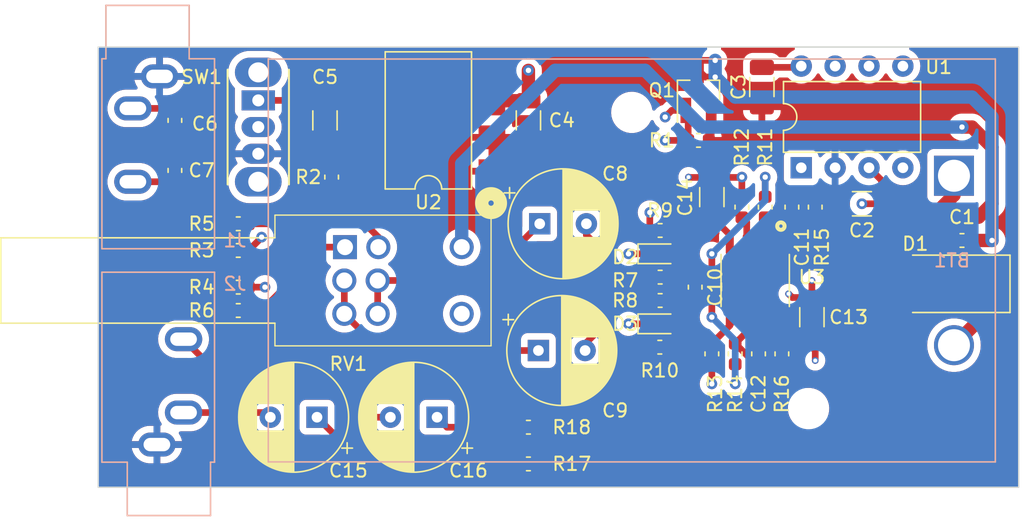
<source format=kicad_pcb>
(kicad_pcb (version 20221018) (generator pcbnew)
  (layers (0 "F.Cu" signal) (1 "In1.Cu" signal) (2 "In2.Cu" signal) (31 "B.Cu" signal) (34 "B.Paste" user) (35 "F.Paste" user) (36 "B.SilkS" user "B.Silkscreen") (37 "F.SilkS" user "F.Silkscreen") (38 "B.Mask" user) (39 "F.Mask" user) (44 "Edge.Cuts" user))
  (net 0 "")
  (net 1 "/power/V_BAT")
  (net 2 "/power/GND_BAT")
  (net 3 "/audio_in/V_PHANT")
  (net 4 "/audio_in/IN_L")
  (net 5 "/audio_in/IN_R")
  (net 6 "Net-(C8-Pad1)")
  (net 7 "Net-(C8-Pad2)")
  (net 8 "Net-(U1-NOISE_REDUCTION)")
  (net 9 "Net-(C9-Pad2)")
  (net 10 "/amplifier/IN_L")
  (net 11 "/amplifier/IN_R")
  (net 12 "Net-(RV1A-7)")
  (net 13 "Net-(C11-Pad2)")
  (net 14 "Net-(U3A--)")
  (net 15 "Net-(C12-Pad2)")
  (net 16 "Net-(C15-Pad1)")
  (net 17 "/amplifier/OUT_L")
  (net 18 "Net-(C16-Pad1)")
  (net 19 "/amplifier/OUT_R")
  (net 20 "Net-(U3B--)")
  (net 21 "Net-(U2-PG)")
  (net 22 "Net-(R5-Pad2)")
  (net 23 "Net-(SW1-B)")
  (net 24 "Net-(RV1A-8)")
  (net 25 "Net-(U3A-+)")
  (net 26 "Net-(U3B-+)")
  (net 31 "GND_VIRT")
  (net 32 "VDD_VIRT")
  (net 33 "-4V5")
  (footprint "Capacitor_SMD:C_0603_1608Metric" (layer "F.Cu") (at 220.75 99 -90)
    (fp_text reference "R12" (at -4.5 0 90) (layer "F.SilkS"))
    (fp_text value "1K")
    (pad "1" smd roundrect (at -0.775 0 270) (size 0.9 0.95) (layers "F.Cu" "F.Paste" "F.Mask") (net 31 "GND_VIRT"))
    (pad "2" smd roundrect (at 0.775 0 270) (size 0.9 0.95) (layers "F.Cu" "F.Paste" "F.Mask") (net 25 "Net-(U3A-+)"))
  )
  (footprint "Capacitor_SMD:C_0603_1608Metric" (layer "F.Cu") (at 178.25 92.5 -90)
    (fp_text reference "C6" (at 0.25 -2.25 -180) (layer "F.SilkS"))
    (fp_text value "100pF")
    (pad "1" smd roundrect (at -0.775 0 270) (size 0.9 0.95) (layers "F.Cu" "F.Paste" "F.Mask") (net 4 "/audio_in/IN_L"))
    (pad "2" smd roundrect (at 0.775 0 270) (size 0.9 0.95) (layers "F.Cu" "F.Paste" "F.Mask") (net 33 "-4V5"))
  )
  (footprint "Diode_SMD:D_0603_1608Metric_Pad1.05x0.95mm_HandSolder" (layer "F.Cu") (at 214.625 107.75)
    (fp_text reference "D3" (at -2.625 0) (layer "F.SilkS"))
    (fp_text value "CG0603MLC-05E")
    (pad "1" smd roundrect (at -0.875 0) (size 1.05 0.95) (layers "F.Cu" "F.Paste" "F.Mask") (net 31 "GND_VIRT"))
    (pad "2" smd roundrect (at 0.875 0) (size 1.05 0.95) (layers "F.Cu" "F.Paste" "F.Mask") (net 11 "/amplifier/IN_R"))
  )
  (footprint "Capacitor_SMD:C_0603_1608Metric" (layer "F.Cu") (at 204.75 118.25 180)
    (fp_text reference "R17" (at -3.25 0) (layer "F.SilkS"))
    (fp_text value "50R")
    (pad "1" smd roundrect (at -0.775 0 180) (size 0.9 0.95) (layers "F.Cu" "F.Paste" "F.Mask") (net 13 "Net-(C11-Pad2)"))
    (pad "2" smd roundrect (at 0.775 0 180) (size 0.9 0.95) (layers "F.Cu" "F.Paste" "F.Mask") (net 16 "Net-(C15-Pad1)"))
  )
  (footprint "Package_DIP:DIP-8_W7.62mm" (layer "F.Cu") (at 225.2 96.05 90)
    (fp_text reference "U1" (at 7.55 10.3 180) (layer "F.SilkS"))
    (fp_text value "TLE2426xP")
    (pad "1" thru_hole rect (at 0 0 90) (size 1.6 1.6) (drill 0.8) (layers "*.Cu" "*.Mask") (net 31 "GND_VIRT"))
    (pad "2" thru_hole oval (at 0 2.54 90) (size 1.6 1.6) (drill 0.8) (layers "*.Cu" "*.Mask") (net 33 "-4V5"))
    (pad "3" thru_hole oval (at 0 5.08 90) (size 1.6 1.6) (drill 0.8) (layers "*.Cu" "*.Mask") (net 32 "VDD_VIRT"))
    (pad "4" thru_hole oval (at 0 7.62 90) (size 1.6 1.6) (drill 0.8) (layers "*.Cu" "*.Mask"))
    (pad "5" thru_hole oval (at 7.62 7.62 90) (size 1.6 1.6) (drill 0.8) (layers "*.Cu" "*.Mask"))
    (pad "6" thru_hole oval (at 7.62 5.08 90) (size 1.6 1.6) (drill 0.8) (layers "*.Cu" "*.Mask"))
    (pad "7" thru_hole oval (at 7.62 2.54 90) (size 1.6 1.6) (drill 0.8) (layers "*.Cu" "*.Mask"))
    (pad "8" thru_hole oval (at 7.62 0 90) (size 1.6 1.6) (drill 0.8) (layers "*.Cu" "*.Mask") (net 8 "Net-(U1-NOISE_REDUCTION)"))
  )
  (footprint "Capacitor_SMD:C_0603_1608Metric" (layer "F.Cu") (at 190 96.75 90)
    (fp_text reference "R2" (at 0 -1.75 180) (layer "F.SilkS"))
    (fp_text value "250k")
    (pad "1" smd roundrect (at -0.775 0 90) (size 0.9 0.95) (layers "F.Cu" "F.Paste" "F.Mask") (net 21 "Net-(U2-PG)"))
    (pad "2" smd roundrect (at 0.775 0 90) (size 0.9 0.95) (layers "F.Cu" "F.Paste" "F.Mask") (net 3 "/audio_in/V_PHANT"))
  )
  (footprint "Capacitor_SMD:C_0603_1608Metric" (layer "F.Cu") (at 183 105 180)
    (fp_text reference "R4" (at 2.75 0) (layer "F.SilkS"))
    (fp_text value "2K4")
    (pad "1" smd roundrect (at -0.775 0 180) (size 0.9 0.95) (layers "F.Cu" "F.Paste" "F.Mask") (net 23 "Net-(SW1-B)"))
    (pad "2" smd roundrect (at 0.775 0 180) (size 0.9 0.95) (layers "F.Cu" "F.Paste" "F.Mask") (net 5 "/audio_in/IN_R"))
  )
  (footprint "Capacitor_SMD:C_1206_3216Metric" (layer "F.Cu") (at 226 107.25 90)
    (fp_text reference "C13" (at 0 2.75) (layer "F.SilkS"))
    (fp_text value "1uF")
    (pad "1" smd roundrect (at -1.475 0 90) (size 1.15 1.8) (layers "F.Cu" "F.Paste" "F.Mask") (roundrect_rratio 0.217391) (net 32 "VDD_VIRT"))
    (pad "2" smd roundrect (at 1.475 0 90) (size 1.15 1.8) (layers "F.Cu" "F.Paste" "F.Mask") (roundrect_rratio 0.217391) (net 31 "GND_VIRT"))
  )
  (footprint "Package_DIP:SMDIP-8_W9.53mm" (layer "F.Cu") (at 197.25 92.5 180)
    (fp_text reference "U2" (at 0 -6.14) (layer "F.SilkS"))
    (fp_text value "TPS7250")
    (pad "1" smd rect (at -4.765 -3.81 180) (size 2 1.78) (layers "F.Cu" "F.Paste" "F.Mask") (net 33 "-4V5"))
    (pad "2" smd rect (at -4.765 -1.27 180) (size 2 1.78) (layers "F.Cu" "F.Paste" "F.Mask") (net 33 "-4V5"))
    (pad "3" smd rect (at -4.765 1.27 180) (size 2 1.78) (layers "F.Cu" "F.Paste" "F.Mask") (net 32 "VDD_VIRT"))
    (pad "4" smd rect (at -4.765 3.81 180) (size 2 1.78) (layers "F.Cu" "F.Paste" "F.Mask") (net 32 "VDD_VIRT"))
    (pad "5" smd rect (at 4.765 3.81 180) (size 2 1.78) (layers "F.Cu" "F.Paste" "F.Mask") (net 3 "/audio_in/V_PHANT"))
    (pad "6" smd rect (at 4.765 1.27 180) (size 2 1.78) (layers "F.Cu" "F.Paste" "F.Mask") (net 3 "/audio_in/V_PHANT"))
    (pad "7" smd rect (at 4.765 -1.27 180) (size 2 1.78) (layers "F.Cu" "F.Paste" "F.Mask") (net 3 "/audio_in/V_PHANT"))
    (pad "8" smd rect (at 4.765 -3.81 180) (size 2 1.78) (layers "F.Cu" "F.Paste" "F.Mask") (net 21 "Net-(U2-PG)"))
  )
  (footprint "Capacitor_THT:CP_Radial_D8.0mm_P3.50mm" (layer "F.Cu") (at 188.902651 114.75 180)
    (fp_text reference "C15" (at -2.347349 -4) (layer "F.SilkS"))
    (fp_text value "10uF")
    (pad "1" thru_hole rect (at 0 0 180) (size 1.6 1.6) (drill 0.8) (layers "*.Cu" "*.Mask") (net 16 "Net-(C15-Pad1)"))
    (pad "2" thru_hole circle (at 3.5 0 180) (size 1.6 1.6) (drill 0.8) (layers "*.Cu" "*.Mask") (net 17 "/amplifier/OUT_L"))
  )
  (footprint "Package_TO_SOT_SMD:SOT-23_Handsoldering" (layer "F.Cu") (at 217.5 90.25 90)
    (fp_text reference "Q1" (at 0 -2.75 180) (layer "F.SilkS"))
    (fp_text value "Si2312BDS")
    (pad "1" smd rect (at -1.5 -0.95 90) (size 1.9 0.8) (layers "F.Cu" "F.Paste" "F.Mask") (net 32 "VDD_VIRT"))
    (pad "2" smd rect (at -1.5 0.95 90) (size 1.9 0.8) (layers "F.Cu" "F.Paste" "F.Mask") (net 33 "-4V5"))
    (pad "3" smd rect (at 1.5 0 90) (size 1.9 0.8) (layers "F.Cu" "F.Paste" "F.Mask") (net 2 "/power/GND_BAT"))
  )
  (footprint "Capacitor_SMD:C_0603_1608Metric" (layer "F.Cu") (at 222.5 99 -90)
    (fp_text reference "R11" (at -4.5 0 90) (layer "F.SilkS"))
    (fp_text value "1K")
    (pad "1" smd roundrect (at -0.775 0 270) (size 0.9 0.95) (layers "F.Cu" "F.Paste" "F.Mask") (net 10 "/amplifier/IN_L"))
    (pad "2" smd roundrect (at 0.775 0 270) (size 0.9 0.95) (layers "F.Cu" "F.Paste" "F.Mask") (net 14 "Net-(U3A--)"))
  )
  (footprint "Capacitor_SMD:C_0603_1608Metric" (layer "F.Cu") (at 217.5 94)
    (fp_text reference "R1" (at -2.75 0 180) (layer "F.SilkS"))
    (fp_text value "47K")
    (pad "1" smd roundrect (at -0.775 0) (size 0.9 0.95) (layers "F.Cu" "F.Paste" "F.Mask") (net 32 "VDD_VIRT"))
    (pad "2" smd roundrect (at 0.775 0) (size 0.9 0.95) (layers "F.Cu" "F.Paste" "F.Mask") (net 33 "-4V5"))
  )
  (footprint "Capacitor_SMD:C_0603_1608Metric" (layer "F.Cu") (at 237.25 101.5)
    (fp_text reference "C1" (at 0 -1.75) (layer "F.SilkS"))
    (fp_text value "100pF")
    (pad "1" smd roundrect (at -0.775 0) (size 0.9 0.95) (layers "F.Cu" "F.Paste" "F.Mask") (net 1 "/power/V_BAT"))
    (pad "2" smd roundrect (at 0.775 0) (size 0.9 0.95) (layers "F.Cu" "F.Paste" "F.Mask") (net 2 "/power/GND_BAT"))
  )
  (footprint "preamp_footprints:Potentiometer_Bourns_PTR902_Double_Horizontal_Switch" (layer "F.Cu") (at 191 102)
    (fp_text reference "RV1" (at 0.25 8.75 unlocked) (layer "F.SilkS"))
    (fp_text value "10K_Dual_Pot_SW")
    (pad "1" thru_hole rect (at 0 0 180) (size 1.8 1.8) (drill 1.2) (layers "*.Cu" "*.Mask") (net 24 "Net-(RV1A-8)"))
    (pad "2" thru_hole circle (at -0.05 2.5 180) (size 1.8 1.8) (drill 1.2) (layers "*.Cu" "*.Mask") (net 12 "Net-(RV1A-7)"))
    (pad "3" thru_hole circle (at -0.05 5 180) (size 1.8 1.8) (drill 1.2) (layers "*.Cu" "*.Mask") (net 12 "Net-(RV1A-7)"))
    (pad "4" thru_hole circle (at 2.5 0 180) (size 1.8 1.8) (drill 1.2) (layers "*.Cu" "*.Mask") (net 22 "Net-(R5-Pad2)"))
    (pad "5" thru_hole circle (at 2.45 2.5 180) (size 1.8 1.8) (drill 1.2) (layers "*.Cu" "*.Mask") (net 6 "Net-(C8-Pad1)"))
    (pad "6" thru_hole circle (at 2.45 5 180) (size 1.8 1.8) (drill 1.2) (layers "*.Cu" "*.Mask") (net 6 "Net-(C8-Pad1)"))
    (pad "7" thru_hole circle (at 8.75 0 180) (size 1.8 1.8) (drill 1.2) (layers "*.Cu" "*.Mask") (net 1 "/power/V_BAT"))
    (pad "8" thru_hole circle (at 8.75 5 180) (size 1.8 1.8) (drill 1.2) (layers "*.Cu" "*.Mask") (net 32 "VDD_VIRT"))
  )
  (footprint "Capacitor_SMD:C_0603_1608Metric" (layer "F.Cu") (at 220.25 110 90)
    (fp_text reference "R14" (at -3 0 90) (layer "F.SilkS"))
    (fp_text value "1K")
    (pad "1" smd roundrect (at -0.775 0 90) (size 0.9 0.95) (layers "F.Cu" "F.Paste" "F.Mask") (net 11 "/amplifier/IN_R"))
    (pad "2" smd roundrect (at 0.775 0 90) (size 0.9 0.95) (layers "F.Cu" "F.Paste" "F.Mask") (net 20 "Net-(U3B--)"))
  )
  (footprint "Capacitor_SMD:C_0603_1608Metric" (layer "F.Cu") (at 214.6 109.5 180)
    (fp_text reference "R10" (at 0 -1.75) (layer "F.SilkS"))
    (fp_text value "10K")
    (pad "1" smd roundrect (at -0.775 0 180) (size 0.9 0.95) (layers "F.Cu" "F.Paste" "F.Mask") (net 11 "/amplifier/IN_R"))
    (pad "2" smd roundrect (at 0.775 0 180) (size 0.9 0.95) (layers "F.Cu" "F.Paste" "F.Mask") (net 31 "GND_VIRT"))
  )
  (footprint "Capacitor_SMD:C_1206_3216Metric" (layer "F.Cu") (at 204.75 92.5 -90)
    (fp_text reference "C4" (at 0 -2.5 -180) (layer "F.SilkS"))
    (fp_text value "1uF")
    (pad "1" smd roundrect (at -1.475 0 270) (size 1.15 1.8) (layers "F.Cu" "F.Paste" "F.Mask") (roundrect_rratio 0.217391) (net 32 "VDD_VIRT"))
    (pad "2" smd roundrect (at 1.475 0 270) (size 1.15 1.8) (layers "F.Cu" "F.Paste" "F.Mask") (roundrect_rratio 0.217391) (net 33 "-4V5"))
  )
  (footprint "preamp_footprints:SW_CuK_OS102011MS2QN1_SPDT_Straight" (layer "F.Cu") (at 184.5 91 -90)
    (fp_text reference "SW1" (at -1.75 4.25 -180) (layer "F.SilkS"))
    (fp_text value "SW_SPDT")
    (pad "" thru_hole oval (at -2.1 0 270) (size 2.2 3.5) (drill 1.5) (layers "*.Cu" "*.Mask"))
    (pad "" thru_hole oval (at 6.1 0 270) (size 2.2 3.5) (drill 1.5) (layers "*.Cu" "*.Mask"))
    (pad "1" thru_hole rect (at 0 0 270) (size 1.5 2.5) (drill 0.9) (layers "*.Cu" "*.Mask") (net 3 "/audio_in/V_PHANT"))
    (pad "2" thru_hole oval (at 2 0 270) (size 1.5 2.5) (drill 0.9) (layers "*.Cu" "*.Mask") (net 23 "Net-(SW1-B)"))
    (pad "3" thru_hole oval (at 4 0 270) (size 1.5 2.5) (drill 0.9) (layers "*.Cu" "*.Mask") (net 33 "-4V5"))
  )
  (footprint "preamp_footprints:SOIC-8-1EP_3.9x4.9mm_P1.27mm_EP2.29x3mm_Wide" (layer "F.Cu") (at 221.75 104.5 -90)
    (fp_text reference "U3" (at -0.25 -4.25 -180) (layer "F.SilkS"))
    (fp_text value "OPA1612AxD")
    (pad "1" smd roundrect (at -2.7 -1.905 270) (size 1.55 0.6) (layers "F.Cu" "F.Paste" "F.Mask") (net 13 "Net-(C11-Pad2)"))
    (pad "2" smd roundrect (at -2.7 -0.635 270) (size 1.55 0.6) (layers "F.Cu" "F.Paste" "F.Mask") (net 14 "Net-(U3A--)"))
    (pad "3" smd roundrect (at -2.7 0.635 270) (size 1.55 0.6) (layers "F.Cu" "F.Paste" "F.Mask") (net 25 "Net-(U3A-+)"))
    (pad "4" smd roundrect (at -2.7 1.905 270) (size 1.55 0.6) (layers "F.Cu" "F.Paste" "F.Mask") (net 33 "-4V5"))
    (pad "5" smd roundrect (at 2.7 1.905 270) (size 1.55 0.6) (layers "F.Cu" "F.Paste" "F.Mask") (net 26 "Net-(U3B-+)"))
    (pad "6" smd roundrect (at 2.7 0.635 270) (size 1.55 0.6) (layers "F.Cu" "F.Paste" "F.Mask") (net 20 "Net-(U3B--)"))
    (pad "7" smd roundrect (at 2.7 -0.635 270) (size 1.55 0.6) (layers "F.Cu" "F.Paste" "F.Mask") (net 15 "Net-(C12-Pad2)"))
    (pad "8" smd roundrect (at 2.7 -1.905 270) (size 1.55 0.6) (layers "F.Cu" "F.Paste" "F.Mask") (net 32 "VDD_VIRT"))
  )
  (footprint "Capacitor_THT:CP_Radial_D8.0mm_P3.50mm" (layer "F.Cu") (at 205.597349 100.25)
    (fp_text reference "C8" (at 5.652651 -3.75) (layer "F.SilkS"))
    (fp_text value "10uF")
    (pad "1" thru_hole rect (at 0 0) (size 1.6 1.6) (drill 0.8) (layers "*.Cu" "*.Mask") (net 6 "Net-(C8-Pad1)"))
    (pad "2" thru_hole circle (at 3.5 0) (size 1.6 1.6) (drill 0.8) (layers "*.Cu" "*.Mask") (net 7 "Net-(C8-Pad2)"))
  )
  (footprint "Capacitor_THT:CP_Radial_D8.0mm_P3.50mm" (layer "F.Cu") (at 197.902651 114.75 180)
    (fp_text reference "C16" (at -2.347349 -4) (layer "F.SilkS"))
    (fp_text value "10uF")
    (pad "1" thru_hole rect (at 0 0 180) (size 1.6 1.6) (drill 0.8) (layers "*.Cu" "*.Mask") (net 18 "Net-(C16-Pad1)"))
    (pad "2" thru_hole circle (at 3.5 0 180) (size 1.6 1.6) (drill 0.8) (layers "*.Cu" "*.Mask") (net 19 "/amplifier/OUT_R"))
  )
  (footprint "Capacitor_SMD:C_0603_1608Metric" (layer "F.Cu") (at 183 106.75)
    (fp_text reference "R6" (at -2.75 0) (layer "F.SilkS"))
    (fp_text value "0R1")
    (pad "1" smd roundrect (at -0.775 0) (size 0.9 0.95) (layers "F.Cu" "F.Paste" "F.Mask") (net 5 "/audio_in/IN_R"))
    (pad "2" smd roundrect (at 0.775 0) (size 0.9 0.95) (layers "F.Cu" "F.Paste" "F.Mask") (net 24 "Net-(RV1A-8)"))
  )
  (footprint "Capacitor_SMD:C_0603_1608Metric" (layer "F.Cu") (at 218.5 110 90)
    (fp_text reference "R13" (at -3 0.25 90) (layer "F.SilkS"))
    (fp_text value "1K")
    (pad "1" smd roundrect (at -0.775 0 90) (size 0.9 0.95) (layers "F.Cu" "F.Paste" "F.Mask") (net 31 "GND_VIRT"))
    (pad "2" smd roundrect (at 0.775 0 90) (size 0.9 0.95) (layers "F.Cu" "F.Paste" "F.Mask") (net 26 "Net-(U3B-+)"))
  )
  (footprint "Capacitor_SMD:C_0603_1608Metric" (layer "F.Cu") (at 183 102.25 180)
    (fp_text reference "R3" (at 2.75 0) (layer "F.SilkS"))
    (fp_text value "2K4")
    (pad "1" smd roundrect (at -0.775 0 180) (size 0.9 0.95) (layers "F.Cu" "F.Paste" "F.Mask") (net 23 "Net-(SW1-B)"))
    (pad "2" smd roundrect (at 0.775 0 180) (size 0.9 0.95) (layers "F.Cu" "F.Paste" "F.Mask") (net 4 "/audio_in/IN_L"))
  )
  (footprint "Capacitor_SMD:C_0603_1608Metric" (layer "F.Cu") (at 217.25 105 -90)
    (fp_text reference "C10" (at 0 -1.5 90) (layer "F.SilkS"))
    (fp_text value "470pF")
    (pad "1" smd roundrect (at -0.775 0 270) (size 0.9 0.95) (layers "F.Cu" "F.Paste" "F.Mask") (net 10 "/amplifier/IN_L"))
    (pad "2" smd roundrect (at 0.775 0 270) (size 0.9 0.95) (layers "F.Cu" "F.Paste" "F.Mask") (net 11 "/amplifier/IN_R"))
  )
  (footprint "Capacitor_SMD:C_1206_3216Metric" (layer "F.Cu") (at 222.25 90 -90)
    (fp_text reference "C3" (at 0 1.75 90) (layer "F.SilkS"))
    (fp_text value "1uF")
    (pad "1" smd roundrect (at -1.475 0 270) (size 1.15 1.8) (layers "F.Cu" "F.Paste" "F.Mask") (roundrect_rratio 0.217391) (net 8 "Net-(U1-NOISE_REDUCTION)"))
    (pad "2" smd roundrect (at 1.475 0 270) (size 1.15 1.8) (layers "F.Cu" "F.Paste" "F.Mask") (roundrect_rratio 0.217391) (net 33 "-4V5"))
  )
  (footprint "Capacitor_THT:CP_Radial_D8.0mm_P3.50mm" (layer "F.Cu") (at 205.5 109.75)
    (fp_text reference "C9" (at 5.75 4.5) (layer "F.SilkS"))
    (fp_text value "10uF")
    (pad "1" thru_hole rect (at 0 0) (size 1.6 1.6) (drill 0.8) (layers "*.Cu" "*.Mask") (net 12 "Net-(RV1A-7)"))
    (pad "2" thru_hole circle (at 3.5 0) (size 1.6 1.6) (drill 0.8) (layers "*.Cu" "*.Mask") (net 9 "Net-(C9-Pad2)"))
  )
  (footprint "Capacitor_SMD:C_0603_1608Metric" (layer "F.Cu") (at 214.625 100.75 180)
    (fp_text reference "R9" (at 0 1.5) (layer "F.SilkS"))
    (fp_text value "10K")
    (pad "1" smd roundrect (at -0.775 0 180) (size 0.9 0.95) (layers "F.Cu" "F.Paste" "F.Mask") (net 10 "/amplifier/IN_L"))
    (pad "2" smd roundrect (at 0.775 0 180) (size 0.9 0.95) (layers "F.Cu" "F.Paste" "F.Mask") (net 31 "GND_VIRT"))
  )
  (footprint "Capacitor_SMD:C_0603_1608Metric" (layer "F.Cu") (at 223.75 110 -90)
    (fp_text reference "R16" (at 3 0 90) (layer "F.SilkS"))
    (fp_text value "10K")
    (pad "1" smd roundrect (at -0.775 0 270) (size 0.9 0.95) (layers "F.Cu" "F.Paste" "F.Mask") (net 15 "Net-(C12-Pad2)"))
    (pad "2" smd roundrect (at 0.775 0 270) (size 0.9 0.95) (layers "F.Cu" "F.Paste" "F.Mask") (net 20 "Net-(U3B--)"))
  )
  (footprint "Capacitor_SMD:C_0603_1608Metric" (layer "F.Cu") (at 204.75 115.5 180)
    (fp_text reference "R18" (at -3.25 0) (layer "F.SilkS"))
    (fp_text value "50R")
    (pad "1" smd roundrect (at -0.775 0 180) (size 0.9 0.95) (layers "F.Cu" "F.Paste" "F.Mask") (net 15 "Net-(C12-Pad2)"))
    (pad "2" smd roundrect (at 0.775 0 180) (size 0.9 0.95) (layers "F.Cu" "F.Paste" "F.Mask") (net 18 "Net-(C16-Pad1)"))
  )
  (footprint "Capacitor_SMD:C_0603_1608Metric" (layer "F.Cu") (at 183 100.25)
    (fp_text reference "R5" (at -2.75 0) (layer "F.SilkS"))
    (fp_text value "0R1")
    (pad "1" smd roundrect (at -0.775 0) (size 0.9 0.95) (layers "F.Cu" "F.Paste" "F.Mask") (net 4 "/audio_in/IN_L"))
    (pad "2" smd roundrect (at 0.775 0) (size 0.9 0.95) (layers "F.Cu" "F.Paste" "F.Mask") (net 22 "Net-(R5-Pad2)"))
  )
  (footprint "Capacitor_SMD:C_1206_3216Metric" (layer "F.Cu") (at 189.5 92.5 -90)
    (fp_text reference "C5" (at -3.25 0) (layer "F.SilkS"))
    (fp_text value "10uF")
    (pad "1" smd roundrect (at -1.475 0 270) (size 1.15 1.8) (layers "F.Cu" "F.Paste" "F.Mask") (roundrect_rratio 0.217391) (net 3 "/audio_in/V_PHANT"))
    (pad "2" smd roundrect (at 1.475 0 270) (size 1.15 1.8) (layers "F.Cu" "F.Paste" "F.Mask") (roundrect_rratio 0.217391) (net 33 "-4V5"))
  )
  (footprint "Capacitor_SMD:C_0603_1608Metric" (layer "F.Cu") (at 178.25 96.25 -90)
    (fp_text reference "C7" (at 0 -2) (layer "F.SilkS"))
    (fp_text value "100pF")
    (pad "1" smd roundrect (at -0.775 0 270) (size 0.9 0.95) (layers "F.Cu" "F.Paste" "F.Mask") (net 33 "-4V5"))
    (pad "2" smd roundrect (at 0.775 0 270) (size 0.9 0.95) (layers "F.Cu" "F.Paste" "F.Mask") (net 5 "/audio_in/IN_R"))
  )
  (footprint "Capacitor_SMD:C_0603_1608Metric" (layer "F.Cu") (at 224.5 99 -90)
    (fp_text reference "C11" (at 3 -0.75 90) (layer "F.SilkS"))
    (fp_text value "75pF")
    (pad "1" smd roundrect (at -0.775 0 270) (size 0.9 0.95) (layers "F.Cu" "F.Paste" "F.Mask") (net 14 "Net-(U3A--)"))
    (pad "2" smd roundrect (at 0.775 0 270) (size 0.9 0.95) (layers "F.Cu" "F.Paste" "F.Mask") (net 13 "Net-(C11-Pad2)"))
  )
  (footprint "Capacitor_SMD:C_1206_3216Metric" (layer "F.Cu") (at 218.5 98.25 90)
    (fp_text reference "C14" (at 0 -2 270) (layer "F.SilkS"))
    (fp_text value "1uF")
    (pad "1" smd roundrect (at -1.475 0 90) (size 1.15 1.8) (layers "F.Cu" "F.Paste" "F.Mask") (roundrect_rratio 0.217391) (net 33 "-4V5"))
    (pad "2" smd roundrect (at 1.475 0 90) (size 1.15 1.8) (layers "F.Cu" "F.Paste" "F.Mask") (roundrect_rratio 0.217391) (net 31 "GND_VIRT"))
  )
  (footprint "Capacitor_SMD:C_0603_1608Metric" (layer "F.Cu") (at 222 110 90)
    (fp_text reference "C12" (at -3 0 90) (layer "F.SilkS"))
    (fp_text value "75pF")
    (pad "1" smd roundrect (at -0.775 0 90) (size 0.9 0.95) (layers "F.Cu" "F.Paste" "F.Mask") (net 20 "Net-(U3B--)"))
    (pad "2" smd roundrect (at 0.775 0 90) (size 0.9 0.95) (layers "F.Cu" "F.Paste" "F.Mask") (net 15 "Net-(C12-Pad2)"))
  )
  (footprint "Capacitor_SMD:C_1206_3216Metric" (layer "F.Cu") (at 229.75 98.75 180)
    (fp_text reference "C2" (at 0 -2) (layer "F.SilkS"))
    (fp_text value "10uF")
    (pad "1" smd roundrect (at -1.475 0 180) (size 1.15 1.8) (layers "F.Cu" "F.Paste" "F.Mask") (roundrect_rratio 0.217391) (net 32 "VDD_VIRT"))
    (pad "2" smd roundrect (at 1.475 0 180) (size 1.15 1.8) (layers "F.Cu" "F.Paste" "F.Mask") (roundrect_rratio 0.217391) (net 33 "-4V5"))
  )
  (footprint "Capacitor_SMD:C_0603_1608Metric" (layer "F.Cu") (at 214.625 106)
    (fp_text reference "R8" (at -2.625 0) (layer "F.SilkS"))
    (fp_text value "10R")
    (pad "1" smd roundrect (at -0.775 0) (size 0.9 0.95) (layers "F.Cu" "F.Paste" "F.Mask") (net 9 "Net-(C9-Pad2)"))
    (pad "2" smd roundrect (at 0.775 0) (size 0.9 0.95) (layers "F.Cu" "F.Paste" "F.Mask") (net 11 "/amplifier/IN_R"))
  )
  (footprint "Diode_SMD:D_SMB_Handsoldering" (layer "F.Cu") (at 236.25 104.75 180)
    (fp_text reference "D1" (at 2.5 3) (layer "F.SilkS"))
    (fp_text value "SMBJ9.0CA-TP")
    (pad "1" smd rect (at -2.7 0 180) (size 3.5 2.3) (layers "F.Cu" "F.Paste" "F.Mask") (net 2 "/power/GND_BAT"))
    (pad "2" smd rect (at 2.7 0 180) (size 3.5 2.3) (layers "F.Cu" "F.Paste" "F.Mask") (net 1 "/power/V_BAT"))
  )
  (footprint "Capacitor_SMD:C_0603_1608Metric" (layer "F.Cu") (at 226.25 99 90)
    (fp_text reference "R15" (at -3 0.5 90) (layer "F.SilkS"))
    (fp_text value "10K")
    (pad "1" smd roundrect (at -0.775 0 90) (size 0.9 0.95) (layers "F.Cu" "F.Paste" "F.Mask") (net 13 "Net-(C11-Pad2)"))
    (pad "2" smd roundrect (at 0.775 0 90) (size 0.9 0.95) (layers "F.Cu" "F.Paste" "F.Mask") (net 14 "Net-(U3A--)"))
  )
  (footprint "Diode_SMD:D_0603_1608Metric_Pad1.05x0.95mm_HandSolder" (layer "F.Cu") (at 214.625 102.5)
    (fp_text reference "D2" (at -2.625 0.25) (layer "F.SilkS"))
    (fp_text value "CG0603MLC-05E")
    (pad "1" smd roundrect (at -0.875 0) (size 1.05 0.95) (layers "F.Cu" "F.Paste" "F.Mask") (net 31 "GND_VIRT"))
    (pad "2" smd roundrect (at 0.875 0) (size 1.05 0.95) (layers "F.Cu" "F.Paste" "F.Mask") (net 10 "/amplifier/IN_L"))
  )
  (footprint "Capacitor_SMD:C_0603_1608Metric" (layer "F.Cu") (at 214.625 104.25)
    (fp_text reference "R7" (at -2.625 0.25) (layer "F.SilkS"))
    (fp_text value "10R")
    (pad "1" smd roundrect (at -0.775 0) (size 0.9 0.95) (layers "F.Cu" "F.Paste" "F.Mask") (net 7 "Net-(C8-Pad2)"))
    (pad "2" smd roundrect (at 0.775 0) (size 0.9 0.95) (layers "F.Cu" "F.Paste" "F.Mask") (net 10 "/amplifier/IN_L"))
  )
  (footprint "Battery:BatteryHolder_Eagle_12BH611-GR" (layer "B.Cu") (at 236.65 96.65)
    (fp_text reference "BT1" (at -0.15 6.35 180) (layer "B.SilkS") (effects (justify mirror)))
    (fp_text value "Battery_Cell")
    (pad "" np_thru_hole circle locked (at -24.15 -4.75) (size 2.6 2.6) (drill 2.6) (layers "*.Cu" "*.Mask"))
    (pad "" np_thru_hole circle locked (at -10.9 17.45) (size 2.6 2.6) (drill 2.6) (layers "*.Cu" "*.Mask"))
    (pad "1" thru_hole rect locked (at 0 0) (size 3 3) (drill 2.4) (layers "*.Cu" "*.Mask") (net 1 "/power/V_BAT"))
    (pad "2" thru_hole circle locked (at 0 12.7) (size 3 3) (drill 2.4) (layers "*.Cu" "*.Mask") (net 2 "/power/GND_BAT"))
  )
  (footprint "Connector_Audio:Jack_3.5mm_CUI_SJ1-3533NG_Horizontal" (layer "B.Cu") (at 177.1 89.2 180)
    (fp_text reference "J1" (at -5.65 -12.3) (layer "B.SilkS") (effects (justify mirror)))
    (fp_text value "AudioJack3")
    (pad "R" thru_hole oval (at 2 -7.9 180) (size 2.8 1.8) (drill oval 2 1) (layers "*.Cu" "*.Mask") (net 5 "/audio_in/IN_R"))
    (pad "S" thru_hole oval (at 0 0 180) (size 2.8 1.8) (drill oval 2 1) (layers "*.Cu" "*.Mask") (net 33 "-4V5"))
    (pad "T" thru_hole oval (at 2 -2.4 180) (size 2.8 1.8) (drill oval 2 1) (layers "*.Cu" "*.Mask") (net 4 "/audio_in/IN_L"))
  )
  (footprint "Connector_Audio:Jack_3.5mm_CUI_SJ1-3533NG_Horizontal" (layer "B.Cu") (at 176.9 116.8)
    (fp_text reference "J2" (at 5.85 -12.05) (layer "B.SilkS") (effects (justify mirror)))
    (fp_text value "AudioJack3")
    (pad "R" thru_hole oval (at 2 -7.9) (size 2.8 1.8) (drill oval 2 1) (layers "*.Cu" "*.Mask") (net 19 "/amplifier/OUT_R"))
    (pad "S" thru_hole oval (at 0 0) (size 2.8 1.8) (drill oval 2 1) (layers "*.Cu" "*.Mask") (net 33 "-4V5"))
    (pad "T" thru_hole oval (at 2 -2.4) (size 2.8 1.8) (drill oval 2 1) (layers "*.Cu" "*.Mask") (net 17 "/amplifier/OUT_L"))
  )
  (gr_rect (start 172.5 87) (end 241.5 120) (stroke (width 0.1)) (fill none) (layer "Edge.Cuts"))
  (segment (start 236.475 100.525) (end 236.475 101.5) (width 1) (layer "F.Cu") (net 1))
  (segment (start 233.55 101.2) (end 233.55 104.75) (width 1) (layer "F.Cu") (net 1))
  (segment (start 234.25 104.75) (end 236.475 102.525) (width 1) (layer "F.Cu") (net 1))
  (segment (start 236.65 98.1) (end 233.55 101.2) (width 1) (layer "F.Cu") (net 1))
  (segment (start 238 93) (end 239.5 94.5) (width 1) (layer "F.Cu") (net 1))
  (segment (start 237.25 99.75) (end 236.475 100.525) (width 1) (layer "F.Cu") (net 1))
  (segment (start 239.5 94.5) (end 239.5 98.75) (width 1) (layer "F.Cu") (net 1))
  (segment (start 237.25 93) (end 238 93) (width 1) (layer "F.Cu") (net 1))
  (segment (start 233.55 104.75) (end 233.75 104.75) (width 1) (layer "F.Cu") (net 1))
  (segment (start 236.65 96.65) (end 236.65 98.1) (width 1) (layer "F.Cu") (net 1))
  (segment (start 233.55 104.75) (end 234.25 104.75) (width 1) (layer "F.Cu") (net 1))
  (segment (start 239.5 98.75) (end 238.5 99.75) (width 1) (layer "F.Cu") (net 1))
  (segment (start 233.55 104.75) (end 234 104.75) (width 1) (layer "F.Cu") (net 1))
  (segment (start 238.5 99.75) (end 237.25 99.75) (width 1) (layer "F.Cu") (net 1))
  (segment (start 236.475 102.525) (end 236.475 101.5) (width 1) (layer "F.Cu") (net 1))
  (via (at 237.25 93) (size 0.8) (drill 0.4) (layers "F.Cu" "B.Cu") (net 1))
  (segment (start 237.25 93) (end 217.75 93) (width 1) (layer "B.Cu") (net 1))
  (segment (start 217.75 93) (end 213.5 88.75) (width 1) (layer "B.Cu") (net 1))
  (segment (start 199.75 95.75) (end 199.75 102) (width 1) (layer "B.Cu") (net 1))
  (segment (start 206.75 88.75) (end 199.75 95.75) (width 1) (layer "B.Cu") (net 1))
  (segment (start 213.5 88.75) (end 206.75 88.75) (width 1) (layer "B.Cu") (net 1))
  (segment (start 218 89.25) (end 217.5 88.75) (width 0.5) (layer "F.Cu") (net 2))
  (segment (start 217.5 88) (end 218.75 88) (width 0.5) (layer "F.Cu") (net 2))
  (segment (start 238.025 101.5) (end 239.5 101.5) (width 1) (layer "F.Cu") (net 2))
  (segment (start 217.5 88.75) (end 217.5 88) (width 0.5) (layer "F.Cu") (net 2))
  (segment (start 238.025 101.5) (end 238.025 103.825) (width 1) (layer "F.Cu") (net 2))
  (segment (start 238.95 107.05) (end 236.65 109.35) (width 1) (layer "F.Cu") (net 2))
  (segment (start 238.95 107.05) (end 238.95 104.75) (width 1) (layer "F.Cu") (net 2))
  (segment (start 218.75 89.25) (end 218 89.25) (width 0.5) (layer "F.Cu") (net 2))
  (segment (start 238.025 103.825) (end 238.95 104.75) (width 1) (layer "F.Cu") (net 2))
  (via (at 218.75 89.25) (size 0.8) (drill 0.4) (layers "F.Cu" "B.Cu") (net 2))
  (via (at 218.75 88) (size 0.8) (drill 0.4) (layers "F.Cu" "B.Cu") (net 2))
  (via (at 239.5 101.5) (size 0.8) (drill 0.4) (layers "F.Cu" "B.Cu") (net 2))
  (segment (start 218.75 88) (end 218.75 89.25) (width 1) (layer "B.Cu") (net 2))
  (segment (start 238 90.75) (end 239.5 92.25) (width 1) (layer "B.Cu") (net 2))
  (segment (start 239.5 92.25) (end 239.5 101.5) (width 1) (layer "B.Cu") (net 2))
  (segment (start 220.25 90.75) (end 238 90.75) (width 1) (layer "B.Cu") (net 2))
  (segment (start 218.75 89.25) (end 220.25 90.75) (width 1) (layer "B.Cu") (net 2))
  (segment (start 190.025 95.975) (end 192.23 93.77) (width 0.5) (layer "F.Cu") (net 3))
  (segment (start 189.475 91) (end 184.5 91) (width 0.5) (layer "F.Cu") (net 3))
  (segment (start 189.5 91.025) (end 192.28 91.025) (width 0.5) (layer "F.Cu") (net 3))
  (segment (start 189.5 91.025) (end 189.475 91) (width 0.5) (layer "F.Cu") (net 3))
  (segment (start 192.28 91.025) (end 192.485 91.23) (width 0.5) (layer "F.Cu") (net 3))
  (segment (start 192.485 91.23) (end 192.485 88.69) (width 0.5) (layer "F.Cu") (net 3))
  (segment (start 192.485 93.77) (end 192.485 91.23) (width 0.5) (layer "F.Cu") (net 3))
  (segment (start 192.23 93.77) (end 192.485 93.77) (width 0.5) (layer "F.Cu") (net 3))
  (segment (start 190 95.975) (end 190.025 95.975) (width 0.5) (layer "F.Cu") (net 3))
  (segment (start 182.225 100.225) (end 182.225 100.5) (width 0.5) (layer "F.Cu") (net 4))
  (segment (start 182.225 100.5) (end 182.225 102.25) (width 0.5) (layer "F.Cu") (net 4))
  (segment (start 175.1 91.6) (end 178.125 91.6) (width 0.5) (layer "F.Cu") (net 4))
  (segment (start 178.25 91.725) (end 180.5 93.975) (width 0.5) (layer "F.Cu") (net 4))
  (segment (start 180.5 98.5) (end 182.225 100.225) (width 0.5) (layer "F.Cu") (net 4))
  (segment (start 180.5 93.975) (end 180.5 98.5) (width 0.5) (layer "F.Cu") (net 4))
  (segment (start 178.125 91.6) (end 178.25 91.725) (width 0.5) (layer "F.Cu") (net 4))
  (segment (start 178.25 97.025) (end 178.25 102.5) (width 0.5) (layer "F.Cu") (net 5))
  (segment (start 178.175 97.1) (end 178.25 97.025) (width 0.5) (layer "F.Cu") (net 5))
  (segment (start 175.1 97.1) (end 178.175 97.1) (width 0.5) (layer "F.Cu") (net 5))
  (segment (start 180.75 105) (end 182.225 105) (width 0.5) (layer "F.Cu") (net 5))
  (segment (start 178.25 102.5) (end 180.75 105) (width 0.5) (layer "F.Cu") (net 5))
  (segment (start 182.225 105) (end 182.225 106.75) (width 0.5) (layer "F.Cu") (net 5))
  (segment (start 193.45 107) (end 193.45 104.5) (width 0.5) (layer "F.Cu") (net 6))
  (segment (start 201.347349 104.5) (end 205.597349 100.25) (width 0.5) (layer "F.Cu") (net 6))
  (segment (start 193.45 104.5) (end 201.347349 104.5) (width 0.5) (layer "F.Cu") (net 6))
  (segment (start 209.097349 100.5) (end 209.097349 101.097349) (width 0.5) (layer "F.Cu") (net 7))
  (segment (start 212.25 104.25) (end 213.85 104.25) (width 0.5) (layer "F.Cu") (net 7))
  (segment (start 209.097349 101.097349) (end 212.25 104.25) (width 0.5) (layer "F.Cu") (net 7))
  (segment (start 225.105 88.525) (end 225.2 88.43) (width 0.5) (layer "F.Cu") (net 8))
  (segment (start 222.25 88.525) (end 225.105 88.525) (width 0.5) (layer "F.Cu") (net 8))
  (segment (start 212.25 106) (end 213.85 106) (width 0.5) (layer "F.Cu") (net 9))
  (segment (start 209 109.75) (end 209 109.25) (width 0.5) (layer "F.Cu") (net 9))
  (segment (start 209 109.25) (end 212.25 106) (width 0.5) (layer "F.Cu") (net 9))
  (segment (start 218.5 102.5) (end 218.5 103.75) (width 0.5) (layer "F.Cu") (net 10))
  (segment (start 215.5 102.5) (end 215.5 100.85) (width 0.5) (layer "F.Cu") (net 10))
  (segment (start 215.5 100.85) (end 215.4 100.75) (width 0.5) (layer "F.Cu") (net 10))
  (segment (start 218.025 104.225) (end 217.25 104.225) (width 0.5) (layer "F.Cu") (net 10))
  (segment (start 215.4 104.25) (end 215.4 102.6) (width 0.5) (layer "F.Cu") (net 10))
  (segment (start 215.4 104.25) (end 217.225 104.25) (width 0.5) (layer "F.Cu") (net 10))
  (segment (start 215.4 102.6) (end 215.5 102.5) (width 0.5) (layer "F.Cu") (net 10))
  (segment (start 222.5 96.75) (end 222.5 98.225) (width 0.5) (layer "F.Cu") (net 10))
  (segment (start 218.5 103.75) (end 218.025 104.225) (width 0.5) (layer "F.Cu") (net 10))
  (segment (start 217.225 104.25) (end 217.25 104.225) (width 0.5) (layer "F.Cu") (net 10))
  (via (at 222.5 96.75) (size 0.8) (drill 0.4) (layers "F.Cu" "B.Cu") (net 10))
  (via (at 218.5 102.5) (size 0.8) (drill 0.4) (layers "F.Cu" "B.Cu") (net 10))
  (segment (start 222.5 98.5) (end 222.5 96.75) (width 0.5) (layer "B.Cu") (net 10))
  (segment (start 218.5 102.5) (end 222.5 98.5) (width 0.5) (layer "B.Cu") (net 10))
  (segment (start 215.625 105.775) (end 215.4 106) (width 0.5) (layer "F.Cu") (net 11))
  (segment (start 215.5 107.75) (end 215.5 109.375) (width 0.5) (layer "F.Cu") (net 11))
  (segment (start 215.4 106) (end 215.4 107.65) (width 0.5) (layer "F.Cu") (net 11))
  (segment (start 217.25 105.775) (end 218.275 105.775) (width 0.5) (layer "F.Cu") (net 11))
  (segment (start 215.4 107.65) (end 215.5 107.75) (width 0.5) (layer "F.Cu") (net 11))
  (segment (start 218.275 105.775) (end 218.5 106) (width 0.5) (layer "F.Cu") (net 11))
  (segment (start 218.5 106) (end 218.5 107.25) (width 0.5) (layer "F.Cu") (net 11))
  (segment (start 220.25 112.25) (end 220.25 110.775) (width 0.5) (layer "F.Cu") (net 11))
  (segment (start 217.25 105.775) (end 215.625 105.775) (width 0.5) (layer "F.Cu") (net 11))
  (segment (start 215.5 109.375) (end 215.375 109.5) (width 0.5) (layer "F.Cu") (net 11))
  (via (at 218.5 107.25) (size 0.8) (drill 0.4) (layers "F.Cu" "B.Cu") (net 11))
  (via (at 220.25 112.25) (size 0.8) (drill 0.4) (layers "F.Cu" "B.Cu") (net 11))
  (segment (start 218.5 107.25) (end 220.25 109) (width 0.5) (layer "B.Cu") (net 11))
  (segment (start 220.25 109) (end 220.25 112.25) (width 0.5) (layer "B.Cu") (net 11))
  (segment (start 190.95 107) (end 193.7 109.75) (width 0.5) (layer "F.Cu") (net 12))
  (segment (start 190.95 104.5) (end 190.95 107) (width 0.5) (layer "F.Cu") (net 12))
  (segment (start 193.7 109.75) (end 205.5 109.75) (width 0.5) (layer "F.Cu") (net 12))
  (segment (start 226.25 99.775) (end 228.5 102.025) (width 0.5) (layer "F.Cu") (net 13))
  (segment (start 223.655 100.62) (end 223.655 101.8) (width 0.5) (layer "F.Cu") (net 13))
  (segment (start 228.5 102.025) (end 228.5 114.75) (width 0.5) (layer "F.Cu") (net 13))
  (segment (start 224.5 99.775) (end 223.655 100.62) (width 0.5) (layer "F.Cu") (net 13))
  (segment (start 228.5 114.75) (end 227.25 116) (width 0.5) (layer "F.Cu") (net 13))
  (segment (start 206.75 118.25) (end 205.525 118.25) (width 0.5) (layer "F.Cu") (net 13))
  (segment (start 227.25 116) (end 209 116) (width 0.5) (layer "F.Cu") (net 13))
  (segment (start 209 116) (end 206.75 118.25) (width 0.5) (layer "F.Cu") (net 13))
  (segment (start 224.5 99.775) (end 226.25 99.775) (width 0.5) (layer "F.Cu") (net 13))
  (segment (start 222.5 99.775) (end 222.95 99.775) (width 0.5) (layer "F.Cu") (net 14))
  (segment (start 222.5 99.775) (end 222.385 99.89) (width 0.5) (layer "F.Cu") (net 14))
  (segment (start 222.95 99.775) (end 224.5 98.225) (width 0.5) (layer "F.Cu") (net 14))
  (segment (start 222.385 99.89) (end 222.385 101.8) (width 0.5) (layer "F.Cu") (net 14))
  (segment (start 226.25 98.225) (end 224.5 98.225) (width 0.5) (layer "F.Cu") (net 14))
  (segment (start 225 111.75) (end 223 113.75) (width 0.5) (layer "F.Cu") (net 15))
  (segment (start 225 110.25) (end 225 111.75) (width 0.5) (layer "F.Cu") (net 15))
  (segment (start 208.25 113.75) (end 206.5 115.5) (width 0.5) (layer "F.Cu") (net 15))
  (segment (start 223.975 109.225) (end 225 110.25) (width 0.5) (layer "F.Cu") (net 15))
  (segment (start 222 109.225) (end 222.385 108.84) (width 0.5) (layer "F.Cu") (net 15))
  (segment (start 222.385 108.84) (end 222.385 107.2) (width 0.5) (layer "F.Cu") (net 15))
  (segment (start 223.75 109.225) (end 223.975 109.225) (width 0.5) (layer "F.Cu") (net 15))
  (segment (start 223.75 109.225) (end 222 109.225) (width 0.5) (layer "F.Cu") (net 15))
  (segment (start 223 113.75) (end 208.25 113.75) (width 0.5) (layer "F.Cu") (net 15))
  (segment (start 206.5 115.5) (end 205.525 115.5) (width 0.5) (layer "F.Cu") (net 15))
  (segment (start 192.402651 118.25) (end 203.975 118.25) (width 0.5) (layer "F.Cu") (net 16))
  (segment (start 188.902651 114.75) (end 192.402651 118.25) (width 0.5) (layer "F.Cu") (net 16))
  (segment (start 178.9 114.4) (end 185.052651 114.4) (width 0.5) (layer "F.Cu") (net 17))
  (segment (start 185.052651 114.4) (end 185.402651 114.75) (width 0.5) (layer "F.Cu") (net 17))
  (segment (start 198.652651 115.5) (end 197.902651 114.75) (width 0.5) (layer "F.Cu") (net 18))
  (segment (start 203.975 115.5) (end 198.652651 115.5) (width 0.5) (layer "F.Cu") (net 18))
  (segment (start 193 114.75) (end 194.402651 114.75) (width 0.5) (layer "F.Cu") (net 19))
  (segment (start 180.75 110.75) (end 189 110.75) (width 0.5) (layer "F.Cu") (net 19))
  (segment (start 189 110.75) (end 193 114.75) (width 0.5) (layer "F.Cu") (net 19))
  (segment (start 178.9 108.9) (end 180.75 110.75) (width 0.5) (layer "F.Cu") (net 19))
  (segment (start 221.8 110.775) (end 220.25 109.225) (width 0.5) (layer "F.Cu") (net 20))
  (segment (start 221.115 108.36) (end 221.115 107.2) (width 0.5) (layer "F.Cu") (net 20))
  (segment (start 222 110.775) (end 221.8 110.775) (width 0.5) (layer "F.Cu") (net 20))
  (segment (start 220.25 109.225) (end 221.115 108.36) (width 0.5) (layer "F.Cu") (net 20))
  (segment (start 223.75 110.775) (end 222 110.775) (width 0.5) (layer "F.Cu") (net 20))
  (segment (start 191.27 97.525) (end 192.485 96.31) (width 0.5) (layer "F.Cu") (net 21))
  (segment (start 190 97.525) (end 191.27 97.525) (width 0.5) (layer "F.Cu") (net 21))
  (segment (start 193.5 102) (end 193.5 101.25) (width 0.5) (layer "F.Cu") (net 22))
  (segment (start 193.5 101.25) (end 192.5 100.25) (width 0.5) (layer "F.Cu") (net 22))
  (segment (start 192.5 100.25) (end 183.775 100.25) (width 0.5) (layer "F.Cu") (net 22))
  (segment (start 184.75 101.25) (end 184.75 101.275) (width 0.5) (layer "F.Cu") (net 23))
  (segment (start 184.75 101.275) (end 183.775 102.25) (width 0.5) (layer "F.Cu") (net 23))
  (segment (start 183.775 105) (end 185 105) (width 0.5) (layer "F.Cu") (net 23))
  (via (at 185 105) (size 0.8) (drill 0.4) (layers "F.Cu" "B.Cu") (net 23))
  (via (at 184.75 101.25) (size 0.8) (drill 0.4) (layers "F.Cu" "B.Cu") (net 23))
  (segment (start 184.75 106.75) (end 189.5 102) (width 0.5) (layer "F.Cu") (net 24))
  (segment (start 189.5 102) (end 191 102) (width 0.5) (layer "F.Cu") (net 24))
  (segment (start 183.775 106.75) (end 184.75 106.75) (width 0.5) (layer "F.Cu") (net 24))
  (segment (start 220.75 99.775) (end 221.115 100.14) (width 0.5) (layer "F.Cu") (net 25))
  (segment (start 221.115 100.14) (end 221.115 101.8) (width 0.5) (layer "F.Cu") (net 25))
  (segment (start 218.5 109.225) (end 219.845 107.88) (width 0.5) (layer "F.Cu") (net 26))
  (segment (start 219.845 107.88) (end 219.845 107.2) (width 0.5) (layer "F.Cu") (net 26))
  (segment (start 213.75 107.75) (end 212.25 107.75) (width 0.5) (layer "F.Cu") (net 31))
  (segment (start 216.775 96.775) (end 216.75 96.75) (width 0.5) (layer "F.Cu") (net 31))
  (segment (start 220.75 98.225) (end 220.75 96.75) (width 0.5) (layer "F.Cu") (net 31))
  (segment (start 218.5 96.775) (end 216.775 96.775) (width 0.5) (layer "F.Cu") (net 31))
  (segment (start 213.75 107.75) (end 213.75 109.425) (width 0.5) (layer "F.Cu") (net 31))
  (segment (start 213.75 102.5) (end 213.75 100.85) (width 0.5) (layer "F.Cu") (net 31))
  (segment (start 213.85 100.75) (end 213.85 99.4) (width 0.5) (layer "F.Cu") (net 31))
  (segment (start 213.75 102.5) (end 212.25 102.5) (width 0.5) (layer "F.Cu") (net 31))
  (segment (start 224.525 105.775) (end 224.25 105.5) (width 0.5) (layer "F.Cu") (net 31))
  (segment (start 213.75 100.85) (end 213.85 100.75) (width 0.5) (layer "F.Cu") (net 31))
  (segment (start 226 105.775) (end 226 104.5) (width 0.5) (layer "F.Cu") (net 31))
  (segment (start 218.5 112.25) (end 218.5 110.775) (width 0.5) (layer "F.Cu") (net 31))
  (segment (start 213.75 109.425) (end 213.825 109.5) (width 0.5) (layer "F.Cu") (net 31))
  (segment (start 218.5 96.775) (end 220.725 96.775) (width 0.5) (layer "F.Cu") (net 31))
  (segment (start 226 105.775) (end 224.525 105.775) (width 0.5) (layer "F.Cu") (net 31))
  (segment (start 220.725 96.775) (end 220.75 96.75) (width 0.5) (layer "F.Cu") (net 31))
  (via (at 212.25 107.75) (size 0.8) (drill 0.4) (layers "F.Cu" "B.Cu") (net 31))
  (via (at 224.25 105.5) (size 0.5) (drill 0.3) (layers "F.Cu" "B.Cu") (net 31))
  (via (at 218.5 112.25) (size 0.8) (drill 0.4) (layers "F.Cu" "B.Cu") (net 31))
  (via (at 220.75 96.75) (size 0.8) (drill 0.4) (layers "F.Cu" "B.Cu") (net 31))
  (via (at 226 104.5) (size 0.5) (drill 0.3) (layers "F.Cu" "B.Cu") (net 31))
  (via (at 213.85 99.4) (size 0.8) (drill 0.4) (layers "F.Cu" "B.Cu") (net 31))
  (via (at 212.25 102.5) (size 0.8) (drill 0.4) (layers "F.Cu" "B.Cu") (net 31))
  (via (at 216.75 96.75) (size 0.5) (drill 0.3) (layers "F.Cu" "B.Cu") (net 31))
  (segment (start 216.725 91.925) (end 216.55 91.75) (width 0.5) (layer "F.Cu") (net 32))
  (segment (start 216.725 94) (end 216.725 91.925) (width 0.5) (layer "F.Cu") (net 32))
  (segment (start 223.655 107.2) (end 224.475 107.2) (width 0.5) (layer "F.Cu") (net 32))
  (segment (start 226 108.725) (end 226 109.5) (width 0.5) (layer "F.Cu") (net 32))
  (segment (start 204.75 91.025) (end 202.22 91.025) (width 1) (layer "F.Cu") (net 32))
  (segment (start 216.725 94) (end 215 94) (width 0.5) (layer "F.Cu") (net 32))
  (segment (start 202.22 91.025) (end 202.015 91.23) (width 1) (layer "F.Cu") (net 32))
  (segment (start 231.225 98.75) (end 231.225 96.995) (width 0.5) (layer "F.Cu") (net 32))
  (segment (start 226 109.5) (end 226.25 109.75) (width 0.5) (layer "F.Cu") (net 32))
  (segment (start 231.225 98.75) (end 229.75 98.75) (width 0.5) (layer "F.Cu") (net 32))
  (segment (start 224.475 107.2) (end 226 108.725) (width 0.5) (layer "F.Cu") (net 32))
  (segment (start 226.25 109.75) (end 226.25 110.5) (width 0.5) (layer "F.Cu") (net 32))
  (segment (start 215.5 91.75) (end 216.55 91.75) (width 0.5) (layer "F.Cu") (net 32))
  (segment (start 231.225 96.995) (end 230.28 96.05) (width 0.5) (layer "F.Cu") (net 32))
  (segment (start 204.75 91.025) (end 204.75 88.75) (width 1) (layer "F.Cu") (net 32))
  (segment (start 215 92.25) (end 215.5 91.75) (width 0.5) (layer "F.Cu") (net 32))
  (segment (start 202.015 91.23) (end 202.015 88.69) (width 1) (layer "F.Cu") (net 32))
  (via (at 215 92.25) (size 0.8) (drill 0.4) (layers "F.Cu" "B.Cu") (net 32))
  (via (at 204.75 88.75) (size 0.8) (drill 0.4) (layers "F.Cu" "B.Cu") (net 32))
  (via (at 229.75 98.75) (size 0.8) (drill 0.4) (layers "F.Cu" "B.Cu") (net 32))
  (via (at 215 94) (size 0.8) (drill 0.4) (layers "F.Cu" "B.Cu") (net 32))
  (via (at 226.25 110.5) (size 0.5) (drill 0.3) (layers "F.Cu" "B.Cu") (net 32))
  (segment (start 219.845 101.8) (end 219.845 101.07) (width 0.5) (layer "F.Cu") (net 33))
  (segment (start 218.45 91.75) (end 218.45 93.825) (width 0.5) (layer "F.Cu") (net 33))
  (segment (start 218.45 93.825) (end 218.275 94) (width 0.5) (layer "F.Cu") (net 33))
  (segment (start 219.845 101.07) (end 218.5 99.725) (width 0.5) (layer "F.Cu") (net 33))
  (zone (net 33) (net_name "-4V5") (layer "F.Cu") (name "GNG_SIG_TOP") (connect_pads (clearance 0.508)) (min_thickness 0.254) (fill yes (thermal_gap 0.508) (thermal_bridge_width 0.508))
    (polygon (pts (xy 241.5 120) (xy 172.5 120) (xy 172.5 87) (xy 241.5 87)))
  )
  (zone (net 33) (net_name "-4V5") (layer "B.Cu") (name "GND_SIG_BOT") (connect_pads (clearance 0.508)) (min_thickness 0.254) (fill yes (thermal_gap 0.508) (thermal_bridge_width 0.508))
    (polygon (pts (xy 241.5 120) (xy 172.5 120) (xy 172.5 87) (xy 241.5 87)))
  )
)
</source>
